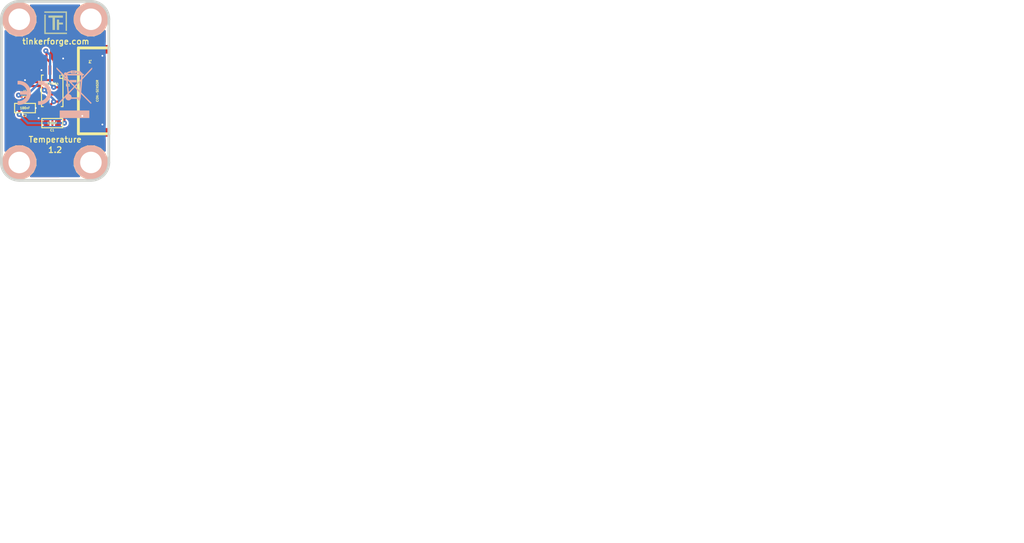
<source format=kicad_pcb>
(kicad_pcb (version 4) (host pcbnew 4.0.2-4+6225~38~ubuntu15.10.1-stable)
  (title_block (title "Temperature Bricklet") (date "2 jan 2013") (rev 1.1) (company "Tinkerforge GmbH") (comment 1 "Licensed under CERN OHL v.1.1") (comment 2 "Copyright (©) 2011, B.Nordmeyer <bastian@tinkerforge.com>"))
  (layers (0 Vorderseite signal hide) (31 Rückseite signal hide) (34 B.Paste user) (35 F.Paste user) (36 B.SilkS user) (37 F.SilkS user) (38 B.Mask user) (39 F.Mask user) (44 Edge.Cuts user))
  (net 0 "")
  (net 1 ALERT)
  (net 2 GND)
  (net 3 N-000005)
  (net 4 SCL)
  (net 5 SDA)
  (net 6 VCC)
  (module TSSOP8 (layer Vorderseite) (at 147.42668 103.124 180)
    (fp_text reference U1 (at -2.19964 0.8001 180) (layer F.SilkS) (effects (font (size 0.29972 0.29972) (thickness 0.0762))))
    (fp_text value M24C64 (at 0 1.00076 180) (layer F.SilkS) (effects (font (size 0.29972 0.29972) (thickness 0.0635))))
    (pad 1 smd rect (at -0.97282 2.89814) (size 0.39878 1.29794) (layers Vorderseite F.Paste F.Mask) (net 2 GND))
    (pad 2 smd rect (at -0.32258 2.89814) (size 0.39878 1.29794) (layers Vorderseite F.Paste F.Mask) (net 2 GND))
    (pad 3 smd rect (at 0.32258 2.89814) (size 0.39878 1.29794) (layers Vorderseite F.Paste F.Mask) (net 3 N-000005))
    (pad 4 smd rect (at 0.97282 2.89814) (size 0.39878 1.29794) (layers Vorderseite F.Paste F.Mask) (net 2 GND))
    (pad 5 smd rect (at 0.97282 -2.89814 180) (size 0.39878 1.29794) (layers Vorderseite F.Paste F.Mask) (net 5 SDA))
    (pad 6 smd rect (at 0.32258 -2.89814 180) (size 0.39878 1.29794) (layers Vorderseite F.Paste F.Mask) (net 4 SCL))
    (pad 7 smd rect (at -0.32258 -2.89814 180) (size 0.39878 1.29794) (layers Vorderseite F.Paste F.Mask))
    (pad 8 smd rect (at -0.97282 -2.89814 180) (size 0.39878 1.29794) (layers Vorderseite F.Paste F.Mask) (net 6 VCC))
  )
  (module CON-SENSOR (layer Vorderseite) (at 155.32608 103.124 90)
    (fp_text reference P1 (at 4.09956 -2.59842 90) (layer F.SilkS) (effects (font (size 0.29972 0.29972) (thickness 0.0762))))
    (fp_text value CON-SENSOR (at 0 -1.6002 90) (layer F.SilkS) (effects (font (size 0.29972 0.29972) (thickness 0.07112))))
    (pad 1 smd rect (at -4.50088 -4.7752 90) (size 0.59944 1.5494) (layers Vorderseite F.Paste F.Mask))
    (pad 2 smd rect (at -3.50012 -4.7752 90) (size 0.59944 1.5494) (layers Vorderseite F.Paste F.Mask) (net 2 GND))
    (pad 3 smd rect (at -2.49936 -4.7752 90) (size 0.59944 1.5494) (layers Vorderseite F.Paste F.Mask) (net 6 VCC))
    (pad 4 smd rect (at -1.50114 -4.7752 90) (size 0.59944 1.5494) (layers Vorderseite F.Paste F.Mask) (net 4 SCL))
    (pad 5 smd rect (at -0.50038 -4.7752 90) (size 0.59944 1.5494) (layers Vorderseite F.Paste F.Mask) (net 5 SDA))
    (pad 6 smd rect (at 0.50038 -4.7752 90) (size 0.59944 1.5494) (layers Vorderseite F.Paste F.Mask) (net 3 N-000005))
    (pad 7 smd rect (at 1.50114 -4.7752 90) (size 0.59944 1.5494) (layers Vorderseite F.Paste F.Mask) (net 1 ALERT))
    (pad 8 smd rect (at 2.49936 -4.7752 90) (size 0.59944 1.5494) (layers Vorderseite F.Paste F.Mask))
    (pad 9 smd rect (at 3.50012 -4.7752 90) (size 0.59944 1.5494) (layers Vorderseite F.Paste F.Mask))
    (pad 10 smd rect (at 4.50088 -4.7752 90) (size 0.59944 1.5494) (layers Vorderseite F.Paste F.Mask))
    (pad EP smd rect (at -5.79882 -0.89916 90) (size 1.19888 1.80086) (layers Vorderseite F.Paste F.Mask) (net 2 GND))
    (pad EP smd rect (at 5.79882 -0.89916 90) (size 1.19888 1.80086) (layers Vorderseite F.Paste F.Mask) (net 2 GND))
  )
  (module Logo_31x31 (layer Vorderseite) (at 146.32432 92.0242)
    (fp_text reference Ref** hide)
    (fp_text value Val** hide)
  )
  (module 0603 (layer Vorderseite) (at 147.42668 107.62488 180)
    (fp_text reference C1 (at 0 -1.00076 180) (layer F.SilkS) (effects (font (size 0.29972 0.29972) (thickness 0.0762))))
    (fp_text value 100nF (at 0 0 180) (layer F.SilkS) (effects (font (size 0.29972 0.29972) (thickness 0.0762))))
    (pad 1 smd rect (at -0.8001 0 180) (size 0.8001 0.8001) (layers Vorderseite F.Paste F.Mask) (net 6 VCC))
    (pad 2 smd rect (at 0.8001 0 180) (size 0.8001 0.8001) (layers Vorderseite F.Paste F.Mask) (net 2 GND))
  )
  (module 0603 (layer Vorderseite) (at 143.62684 105.5243)
    (fp_text reference C2 (at -0.0508 1.07696) (layer F.SilkS) (effects (font (size 0.29972 0.29972) (thickness 0.0762))))
    (fp_text value 100nF (at 0 0) (layer F.SilkS) (effects (font (size 0.29972 0.29972) (thickness 0.0762))))
    (pad 1 smd rect (at -0.8001 0) (size 0.8001 0.8001) (layers Vorderseite F.Paste F.Mask) (net 6 VCC))
    (pad 2 smd rect (at 0.8001 0) (size 0.8001 0.8001) (layers Vorderseite F.Paste F.Mask) (net 2 GND))
  )
  (module DRILL_NP (layer Vorderseite) (at 152.82418 93.12402)
    (fp_text reference U3 hide)
    (fp_text value DRILL hide)
    (pad "" thru_hole circle (at 0 0) (size 2.99974 2.99974) (drill 2.99974) (layers *.Cu *.SilkS *.Mask) (clearance 0.89916))
  )
  (module DRILL_NP (layer Vorderseite) (at 152.82418 113.12398 90)
    (fp_text reference U4 hide)
    (fp_text value DRILL hide)
    (pad "" thru_hole circle (at 0 0 90) (size 2.99974 2.99974) (drill 2.99974) (layers *.Cu *.SilkS *.Mask) (clearance 0.89916))
  )
  (module DRILL_NP (layer Vorderseite) (at 142.8242 113.12398)
    (fp_text reference U5 hide)
    (fp_text value DRILL hide)
    (pad "" thru_hole circle (at 0 0) (size 2.99974 2.99974) (drill 2.99974) (layers *.Cu *.SilkS *.Mask) (clearance 0.89916))
  )
  (module DRILL_NP (layer Vorderseite) (at 142.8242 93.12402 90)
    (fp_text reference U6 hide)
    (fp_text value DRILL hide)
    (pad "" thru_hole circle (at 0 0 90) (size 2.99974 2.99974) (drill 2.99974) (layers *.Cu *.SilkS *.Mask) (clearance 0.89916))
  )
  (module Fiducial_Mark (layer Vorderseite) (at 141.82598 96.72574)
    (fp_text reference Fiducial_Mark hide)
    (fp_text value VAL** hide)
    (pad 1 smd circle (at 0 0) (size 1.00076 1.00076) (layers Vorderseite F.Mask) (clearance 0.65024))
  )
  (module Fiducial_Mark (layer Vorderseite) (at 149.32406 114.22634)
    (fp_text reference Fiducial_Mark hide)
    (fp_text value VAL** hide)
    (pad 1 smd circle (at 0 0) (size 1.00076 1.00076) (layers Vorderseite F.Mask) (clearance 0.65024))
  )
  (module WEEE_7mm (layer Rückseite) (at 150.5 103.4)
    (fp_text reference VAL hide)
    (fp_text value WEEE_7mm hide)
  )
  (module CE_5mm (layer Rückseite) (at 144.9 103.4 180)
    (fp_text reference VAL hide)
    (fp_text value CE_5mm hide)
  )
  (module kicad-libraries:SOT563 (layer Vorderseite) (at 143.62684 103.124 180)
    (fp_text reference U2 (at 0.05 0 180) (layer F.SilkS) (effects (font (size 0.2 0.2) (thickness 0.05))))
    (fp_text value TMP102 (at -0.05 -0.8 180) (layer F.SilkS) (effects (font (size 0.2 0.2) (thickness 0.05))))
    (pad 1 smd rect (at -0.49784 0.6731) (size 0.29972 0.55118) (layers Vorderseite F.Paste F.Mask) (net 4 SCL))
    (pad 2 smd rect (at 0 0.6731) (size 0.29972 0.55118) (layers Vorderseite F.Paste F.Mask) (net 2 GND))
    (pad 3 smd rect (at 0.49784 0.6731) (size 0.29972 0.55118) (layers Vorderseite F.Paste F.Mask) (net 1 ALERT))
    (pad 4 smd rect (at 0.49784 -0.6731 180) (size 0.29972 0.55118) (layers Vorderseite F.Paste F.Mask) (net 3 N-000005))
    (pad 5 smd rect (at 0 -0.6731 180) (size 0.29972 0.55118) (layers Vorderseite F.Paste F.Mask) (net 6 VCC))
    (pad 6 smd rect (at -0.49784 -0.6731 180) (size 0.29972 0.55118) (layers Vorderseite F.Paste F.Mask) (net 5 SDA))
  )
  (gr_text 1.2 (at 147.82546 111.37392) (layer F.SilkS) (effects (font (size 0.8001 0.8001) (thickness 0.14986))))
  (gr_text tinkerforge.com (at 147.92452 96.22536) (layer F.SilkS) (effects (font (size 0.8001 0.8001) (thickness 0.14986))))
  (gr_line (start 140.32738 93.12402) (end 140.32738 113.12398) (angle 90) (layer Edge.Cuts) (width 0.381))
  (gr_line (start 152.82672 90.62212) (end 142.82674 90.62212) (angle 90) (layer Edge.Cuts) (width 0.381))
  (gr_line (start 155.32608 113.12398) (end 155.32608 93.12402) (angle 90) (layer Edge.Cuts) (width 0.381))
  (gr_line (start 142.82674 115.62334) (end 152.82672 115.62334) (angle 90) (layer Edge.Cuts) (width 0.381))
  (gr_arc (start 152.82672 93.12402) (end 152.82672 90.62212) (angle 90) (layer Edge.Cuts) (width 0.381))
  (gr_arc (start 142.82674 93.12402) (end 140.32738 93.12402) (angle 90) (layer Edge.Cuts) (width 0.381))
  (gr_arc (start 142.82674 113.12398) (end 142.82674 115.62334) (angle 90) (layer Edge.Cuts) (width 0.381))
  (gr_arc (start 152.82672 113.12398) (end 155.32608 113.12398) (angle 90) (layer Edge.Cuts) (width 0.381))
  (gr_text Temperature (at 147.828 109.92358) (layer F.SilkS) (effects (font (size 0.8001 0.8001) (thickness 0.14986))))
  (segment (start 143.129 102.3239) (end 142.82674 102.02164) (width 0.29972) (layer Vorderseite) (net 1))
  (segment (start 142.82674 102.02164) (end 142.82674 101.12248) (width 0.29972) (layer Vorderseite) (net 1))
  (segment (start 142.82674 101.12248) (end 143.12646 100.82276) (width 0.29972) (layer Vorderseite) (net 1))
  (segment (start 143.12646 100.82276) (end 145.02384 100.82276) (width 0.29972) (layer Vorderseite) (net 1))
  (segment (start 145.02384 100.82276) (end 145.82394 101.62286) (width 0.29972) (layer Vorderseite) (net 1))
  (segment (start 145.82394 101.62286) (end 150.55088 101.62286) (width 0.29972) (layer Vorderseite) (net 1))
  (segment (start 143.129 102.4509) (end 143.129 102.3239) (width 0.29972) (layer Vorderseite) (net 1))
  (segment (start 154.02814 98.62312) (end 154.42692 98.22434) (width 0.29972) (layer Rückseite) (net 2))
  (via (at 154.42692 98.22434) (size 0.70104) (layers Vorderseite Rückseite) (net 2))
  (segment (start 154.42692 98.22434) (end 154.42692 97.32518) (width 0.29972) (layer Vorderseite) (net 2))
  (via (at 145.52676 106.92384) (size 0.70104) (layers Vorderseite Rückseite) (net 2))
  (segment (start 145.12798 106.52506) (end 145.52676 106.92384) (width 0.29972) (layer Rückseite) (net 2))
  (segment (start 145.12798 105.5243) (end 145.12798 106.52506) (width 0.29972) (layer Rückseite) (net 2))
  (via (at 145.12798 105.5243) (size 0.70104) (layers Vorderseite Rückseite) (net 2))
  (segment (start 144.42694 105.5243) (end 145.12798 105.5243) (width 0.29972) (layer Vorderseite) (net 2))
  (segment (start 146.2278 107.62488) (end 146.62658 107.62488) (width 0.29972) (layer Vorderseite) (net 2))
  (segment (start 145.52676 106.92384) (end 146.2278 107.62488) (width 0.29972) (layer Vorderseite) (net 2))
  (segment (start 154.42692 107.823) (end 154.42692 98.22434) (width 0.29972) (layer Vorderseite) (net 2))
  (segment (start 144.526 101.62286) (end 143.62684 101.62286) (width 0.29972) (layer Rückseite) (net 2))
  (via (at 143.62684 101.62286) (size 0.70104) (layers Vorderseite Rückseite) (net 2))
  (segment (start 143.62684 101.62286) (end 143.62684 102.4509) (width 0.29972) (layer Vorderseite) (net 2))
  (segment (start 146.45386 100.22586) (end 145.92808 100.22586) (width 0.29972) (layer Vorderseite) (net 2))
  (segment (start 148.3995 100.22586) (end 147.74926 100.22586) (width 0.29972) (layer Vorderseite) (net 2))
  (via (at 154.42692 107.823) (size 0.70104) (layers Vorderseite Rückseite) (net 2))
  (segment (start 152.82418 107.823) (end 154.42692 107.823) (width 0.29972) (layer Rückseite) (net 2))
  (segment (start 151.6253 106.62412) (end 152.82418 107.823) (width 0.29972) (layer Rückseite) (net 2))
  (via (at 151.6253 106.62412) (size 0.70104) (layers Vorderseite Rückseite) (net 2))
  (segment (start 154.42692 108.92282) (end 154.42692 107.823) (width 0.29972) (layer Vorderseite) (net 2))
  (segment (start 145.92554 100.22332) (end 145.92554 98.82378) (width 0.29972) (layer Rückseite) (net 2))
  (segment (start 145.92554 98.82378) (end 145.3261 98.22434) (width 0.29972) (layer Rückseite) (net 2))
  (segment (start 145.3261 98.22434) (end 145.3261 97.02546) (width 0.29972) (layer Rückseite) (net 2))
  (segment (start 145.3261 97.02546) (end 145.92808 96.42348) (width 0.29972) (layer Rückseite) (net 2))
  (segment (start 145.92808 96.42348) (end 147.92452 96.42348) (width 0.29972) (layer Rückseite) (net 2))
  (segment (start 147.92452 96.42348) (end 148.92782 97.42678) (width 0.29972) (layer Rückseite) (net 2))
  (segment (start 148.92782 97.42678) (end 148.92782 98.62312) (width 0.29972) (layer Rückseite) (net 2))
  (segment (start 150.55088 106.62412) (end 151.6253 106.62412) (width 0.29972) (layer Vorderseite) (net 2))
  (segment (start 145.92808 100.22586) (end 145.92554 100.22332) (width 0.29972) (layer Vorderseite) (net 2))
  (via (at 145.92554 100.22332) (size 0.70104) (layers Vorderseite Rückseite) (net 2))
  (segment (start 145.92554 100.22332) (end 144.526 101.62286) (width 0.29972) (layer Rückseite) (net 2))
  (segment (start 148.3995 100.22586) (end 148.3995 99.15144) (width 0.29972) (layer Vorderseite) (net 2))
  (segment (start 148.92782 98.60026) (end 148.92782 98.62312) (width 0.29972) (layer Rückseite) (net 2))
  (segment (start 148.95068 98.60026) (end 148.92782 98.60026) (width 0.29972) (layer Rückseite) (net 2))
  (via (at 148.95068 98.60026) (size 0.70104) (layers Vorderseite Rückseite) (net 2))
  (segment (start 148.3995 99.15144) (end 148.95068 98.60026) (width 0.29972) (layer Vorderseite) (net 2))
  (segment (start 145.12798 105.5243) (end 143.12392 105.5243) (width 0.29972) (layer Rückseite) (net 2))
  (segment (start 142.50416 101.62286) (end 143.62684 101.62286) (width 0.29972) (layer Rückseite) (net 2))
  (segment (start 141.87424 102.25278) (end 142.50416 101.62286) (width 0.29972) (layer Rückseite) (net 2))
  (segment (start 141.87424 104.27462) (end 141.87424 102.25278) (width 0.29972) (layer Rückseite) (net 2))
  (segment (start 143.12392 105.5243) (end 141.87424 104.27462) (width 0.29972) (layer Rückseite) (net 2))
  (segment (start 148.92782 98.62312) (end 154.02814 98.62312) (width 0.29972) (layer Rückseite) (net 2))
  (segment (start 150.55088 102.62362) (end 147.62734 102.62362) (width 0.29972) (layer Vorderseite) (net 3))
  (segment (start 146.52752 97.5233) (end 146.62658 97.62236) (width 0.29972) (layer Vorderseite) (net 3))
  (via (at 146.52752 97.5233) (size 0.70104) (layers Vorderseite Rückseite) (net 3))
  (segment (start 147.12696 98.12274) (end 146.52752 97.5233) (width 0.29972) (layer Rückseite) (net 3))
  (segment (start 147.12696 102.12324) (end 147.12696 98.12274) (width 0.29972) (layer Rückseite) (net 3))
  (segment (start 147.62734 102.62362) (end 147.12696 102.12324) (width 0.29972) (layer Rückseite) (net 3))
  (via (at 147.62734 102.62362) (size 0.70104) (layers Vorderseite Rückseite) (net 3))
  (segment (start 147.1041 100.22586) (end 147.1041 99.10064) (width 0.29972) (layer Vorderseite) (net 3))
  (segment (start 146.62658 97.62236) (end 146.62658 98.62312) (width 0.29972) (layer Vorderseite) (net 3))
  (segment (start 147.1041 99.10064) (end 146.62658 98.62312) (width 0.29972) (layer Vorderseite) (net 3))
  (segment (start 143.8783 103.72344) (end 145.4785 102.12324) (width 0.29972) (layer Rückseite) (net 3))
  (segment (start 145.4785 102.12324) (end 147.12696 102.12324) (width 0.29972) (layer Rückseite) (net 3))
  (segment (start 142.80134 103.7971) (end 142.72768 103.72344) (width 0.29972) (layer Vorderseite) (net 3))
  (via (at 142.72768 103.72344) (size 0.70104) (layers Vorderseite Rückseite) (net 3))
  (segment (start 143.129 103.7971) (end 142.80134 103.7971) (width 0.29972) (layer Vorderseite) (net 3))
  (segment (start 142.72768 103.72344) (end 143.8783 103.72344) (width 0.29972) (layer Rückseite) (net 3))
  (segment (start 144.12468 102.4509) (end 145.75282 102.4509) (width 0.29972) (layer Vorderseite) (net 4))
  (segment (start 147.62734 104.6226) (end 147.62734 104.62514) (width 0.29972) (layer Vorderseite) (net 4))
  (via (at 147.62734 104.6226) (size 0.70104) (layers Vorderseite Rückseite) (net 4))
  (segment (start 147.62734 104.32542) (end 147.62734 104.6226) (width 0.29972) (layer Rückseite) (net 4))
  (segment (start 146.32686 103.02494) (end 147.62734 104.32542) (width 0.29972) (layer Rückseite) (net 4))
  (via (at 146.32686 103.02494) (size 0.70104) (layers Vorderseite Rückseite) (net 4))
  (segment (start 145.75282 102.4509) (end 146.32686 103.02494) (width 0.29972) (layer Vorderseite) (net 4))
  (segment (start 150.55088 104.62514) (end 147.62734 104.62514) (width 0.29972) (layer Vorderseite) (net 4))
  (segment (start 147.62734 104.62514) (end 147.6248 104.62514) (width 0.29972) (layer Vorderseite) (net 4))
  (segment (start 147.1041 105.14584) (end 147.1041 106.02214) (width 0.29972) (layer Vorderseite) (net 4))
  (segment (start 147.6248 104.62514) (end 147.1041 105.14584) (width 0.29972) (layer Vorderseite) (net 4))
  (segment (start 146.45386 104.42448) (end 145.82902 104.42448) (width 0.29972) (layer Vorderseite) (net 5))
  (segment (start 145.20164 103.7971) (end 144.12468 103.7971) (width 0.29972) (layer Vorderseite) (net 5))
  (segment (start 145.82902 104.42448) (end 145.20164 103.7971) (width 0.29972) (layer Vorderseite) (net 5))
  (segment (start 146.45386 106.02214) (end 146.45386 104.42448) (width 0.29972) (layer Vorderseite) (net 5))
  (segment (start 146.45386 104.42448) (end 146.45386 104.39654) (width 0.29972) (layer Vorderseite) (net 5))
  (segment (start 147.22602 103.62438) (end 150.55088 103.62438) (width 0.29972) (layer Vorderseite) (net 5))
  (segment (start 146.45386 104.39654) (end 147.22602 103.62438) (width 0.29972) (layer Vorderseite) (net 5))
  (segment (start 150.55088 105.62336) (end 149.82444 105.62336) (width 0.29972) (layer Vorderseite) (net 6))
  (segment (start 149.12594 106.32186) (end 149.12594 107.62488) (width 0.29972) (layer Vorderseite) (net 6))
  (segment (start 149.82444 105.62336) (end 149.12594 106.32186) (width 0.29972) (layer Vorderseite) (net 6))
  (segment (start 143.62684 103.7971) (end 143.62684 104.82326) (width 0.29972) (layer Vorderseite) (net 6))
  (segment (start 142.9258 105.5243) (end 142.82674 105.5243) (width 0.29972) (layer Vorderseite) (net 6))
  (segment (start 143.62684 104.82326) (end 142.9258 105.5243) (width 0.29972) (layer Vorderseite) (net 6))
  (segment (start 149.12594 107.62488) (end 144.02816 107.62488) (width 0.29972) (layer Rückseite) (net 6))
  (via (at 149.12594 107.62488) (size 0.70104) (layers Vorderseite Rückseite) (net 6))
  (segment (start 142.82674 106.42346) (end 142.82674 105.5243) (width 0.29972) (layer Vorderseite) (net 6))
  (via (at 142.82674 106.42346) (size 0.70104) (layers Vorderseite Rückseite) (net 6))
  (segment (start 144.02816 107.62488) (end 142.82674 106.42346) (width 0.29972) (layer Rückseite) (net 6))
  (segment (start 149.12594 107.62488) (end 148.22678 107.62488) (width 0.29972) (layer Vorderseite) (net 6))
  (segment (start 148.3995 106.02214) (end 148.3995 107.45216) (width 0.29972) (layer Vorderseite) (net 6))
  (segment (start 148.3995 107.45216) (end 148.22678 107.62488) (width 0.29972) (layer Vorderseite) (net 6))
  (zone (net 2) (net_name GND) (layer Vorderseite) (connect_pads (clearance 0.24892)) (min_thickness 0.24892) (fill (arc_segments 16) (thermal_gap 0.29972) (thermal_bridge_width 0.29972))
    (polygon (pts (xy 155.32608 115.62334) (xy 155.32608 90.62212) (xy 140.32738 90.62212) (xy 140.32738 115.62334)))
  )
  (zone (net 2) (net_name GND) (layer Rückseite) (connect_pads (clearance 0.24892)) (min_thickness 0.24892) (fill (arc_segments 16) (thermal_gap 0.29972) (thermal_bridge_width 0.29972))
    (polygon (pts (xy 155.32608 115.62334) (xy 155.32608 90.62212) (xy 140.32738 90.62212) (xy 140.32738 115.62334)))
  )
)
</source>
